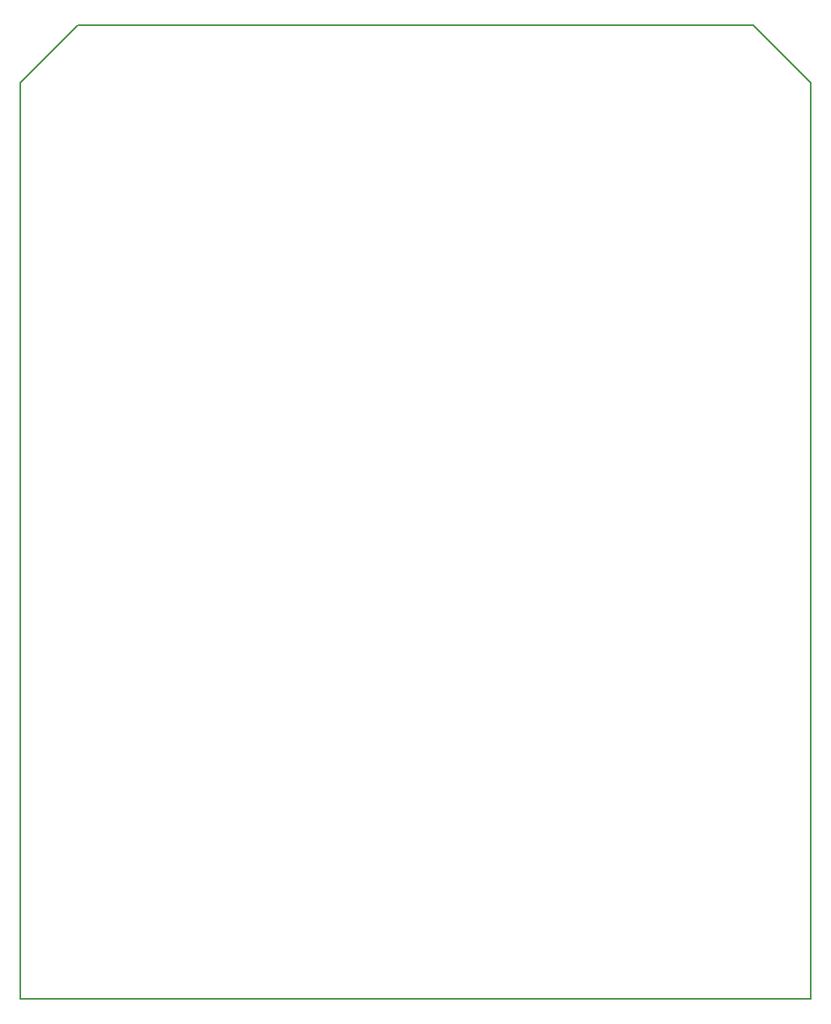
<source format=gbr>
G04 #@! TF.FileFunction,Profile,NP*
%FSLAX46Y46*%
G04 Gerber Fmt 4.6, Leading zero omitted, Abs format (unit mm)*
G04 Created by KiCad (PCBNEW 4.0.6) date 06/08/18 14:18:22*
%MOMM*%
%LPD*%
G01*
G04 APERTURE LIST*
%ADD10C,0.100000*%
%ADD11C,0.150000*%
G04 APERTURE END LIST*
D10*
D11*
X111156000Y-40482000D02*
X181656000Y-40482000D01*
X187706000Y-46482000D02*
X181656000Y-40482000D01*
X105156000Y-46482000D02*
X111156000Y-40482000D01*
X105156000Y-142082000D02*
X187706000Y-142082000D01*
X187706000Y-46482000D02*
X187706000Y-142082000D01*
X105156000Y-46482000D02*
X105156000Y-142082000D01*
M02*

</source>
